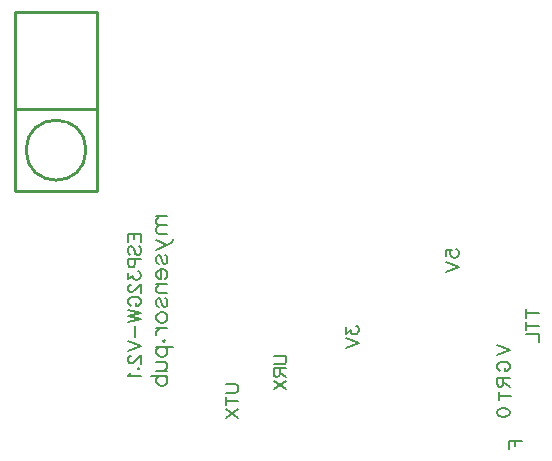
<source format=gbo>
G04 Layer: BottomSilkLayer*
G04 EasyEDA v6.1.49, Sat, 25 May 2019 11:17:53 GMT*
G04 fc3d14014b1447b58ced6bada5ffd274,46bf6a40d4384fdb86bc8fc37bf60e4c,10*
G04 Gerber Generator version 0.2*
G04 Scale: 100 percent, Rotated: No, Reflected: No *
G04 Dimensions in millimeters *
G04 leading zeros omitted , absolute positions ,3 integer and 3 decimal *
%FSLAX33Y33*%
%MOMM*%
G90*
G71D02*

%ADD10C,0.254000*%
%ADD31C,0.152400*%
%ADD32C,0.203200*%

%LPD*%
G54D10*
G01X8601Y35892D02*
G01X8601Y42892D01*
G01X8601Y35892D02*
G01X1601Y35892D01*
G01X1601Y35892D02*
G01X1601Y42892D01*
G01X8601Y42892D02*
G01X1601Y42892D01*
G01X8601Y39392D02*
G01X8601Y51092D01*
G01X1601Y35892D02*
G01X1601Y51092D01*
G01X8601Y51092D02*
G01X1601Y51092D01*
G54D31*
G01X42451Y22882D02*
G01X43542Y22466D01*
G01X42451Y22050D02*
G01X43542Y22466D01*
G01X42711Y20705D02*
G01X42607Y20757D01*
G01X42503Y20861D01*
G01X42451Y20965D01*
G01X42451Y21173D01*
G01X42503Y21277D01*
G01X42607Y21381D01*
G01X42711Y21433D01*
G01X42867Y21485D01*
G01X43126Y21485D01*
G01X43282Y21433D01*
G01X43386Y21381D01*
G01X43490Y21277D01*
G01X43542Y21173D01*
G01X43542Y20965D01*
G01X43490Y20861D01*
G01X43386Y20757D01*
G01X43282Y20705D01*
G01X43126Y20705D01*
G01X43126Y20965D02*
G01X43126Y20705D01*
G01X42440Y20088D02*
G01X43531Y20088D01*
G01X42440Y20088D02*
G01X42440Y19620D01*
G01X42492Y19464D01*
G01X42543Y19412D01*
G01X42647Y19360D01*
G01X42751Y19360D01*
G01X42855Y19412D01*
G01X42907Y19464D01*
G01X42959Y19620D01*
G01X42959Y20088D01*
G01X42959Y19724D02*
G01X43531Y19360D01*
G01X42567Y18581D02*
G01X43658Y18581D01*
G01X42567Y18945D02*
G01X42567Y18217D01*
G01X42440Y17236D02*
G01X42492Y17392D01*
G01X42647Y17496D01*
G01X42907Y17548D01*
G01X43063Y17548D01*
G01X43323Y17496D01*
G01X43479Y17392D01*
G01X43531Y17236D01*
G01X43531Y17132D01*
G01X43479Y16976D01*
G01X43323Y16872D01*
G01X43063Y16820D01*
G01X42907Y16820D01*
G01X42647Y16872D01*
G01X42492Y16976D01*
G01X42440Y17132D01*
G01X42440Y17236D01*
G01X11198Y32280D02*
G01X12289Y32280D01*
G01X11198Y32280D02*
G01X11198Y31604D01*
G01X11717Y32280D02*
G01X11717Y31864D01*
G01X12289Y32280D02*
G01X12289Y31604D01*
G01X11353Y30534D02*
G01X11249Y30638D01*
G01X11198Y30794D01*
G01X11198Y31001D01*
G01X11249Y31157D01*
G01X11353Y31261D01*
G01X11457Y31261D01*
G01X11561Y31209D01*
G01X11613Y31157D01*
G01X11665Y31053D01*
G01X11769Y30742D01*
G01X11821Y30638D01*
G01X11873Y30586D01*
G01X11977Y30534D01*
G01X12133Y30534D01*
G01X12237Y30638D01*
G01X12289Y30794D01*
G01X12289Y31001D01*
G01X12237Y31157D01*
G01X12133Y31261D01*
G01X11198Y30191D02*
G01X12289Y30191D01*
G01X11198Y30191D02*
G01X11198Y29723D01*
G01X11249Y29567D01*
G01X11301Y29516D01*
G01X11405Y29464D01*
G01X11561Y29464D01*
G01X11665Y29516D01*
G01X11717Y29567D01*
G01X11769Y29723D01*
G01X11769Y30191D01*
G01X11198Y29017D02*
G01X11198Y28445D01*
G01X11613Y28757D01*
G01X11613Y28601D01*
G01X11665Y28497D01*
G01X11717Y28445D01*
G01X11873Y28393D01*
G01X11977Y28393D01*
G01X12133Y28445D01*
G01X12237Y28549D01*
G01X12289Y28705D01*
G01X12289Y28861D01*
G01X12237Y29017D01*
G01X12185Y29069D01*
G01X12081Y29121D01*
G01X11457Y27998D02*
G01X11405Y27998D01*
G01X11301Y27947D01*
G01X11249Y27895D01*
G01X11198Y27791D01*
G01X11198Y27583D01*
G01X11249Y27479D01*
G01X11301Y27427D01*
G01X11405Y27375D01*
G01X11509Y27375D01*
G01X11613Y27427D01*
G01X11769Y27531D01*
G01X12289Y28050D01*
G01X12289Y27323D01*
G01X11457Y26201D02*
G01X11353Y26253D01*
G01X11249Y26357D01*
G01X11198Y26461D01*
G01X11198Y26668D01*
G01X11249Y26772D01*
G01X11353Y26876D01*
G01X11457Y26928D01*
G01X11613Y26980D01*
G01X11873Y26980D01*
G01X12029Y26928D01*
G01X12133Y26876D01*
G01X12237Y26772D01*
G01X12289Y26668D01*
G01X12289Y26461D01*
G01X12237Y26357D01*
G01X12133Y26253D01*
G01X12029Y26201D01*
G01X11873Y26201D01*
G01X11873Y26461D02*
G01X11873Y26201D01*
G01X11198Y25858D02*
G01X12289Y25598D01*
G01X11198Y25338D02*
G01X12289Y25598D01*
G01X11198Y25338D02*
G01X12289Y25079D01*
G01X11198Y24819D02*
G01X12289Y25079D01*
G01X11821Y24476D02*
G01X11821Y23541D01*
G01X11198Y23198D02*
G01X12289Y22782D01*
G01X11198Y22367D02*
G01X12289Y22782D01*
G01X11457Y21972D02*
G01X11405Y21972D01*
G01X11301Y21920D01*
G01X11249Y21868D01*
G01X11198Y21764D01*
G01X11198Y21556D01*
G01X11249Y21452D01*
G01X11301Y21400D01*
G01X11405Y21348D01*
G01X11509Y21348D01*
G01X11613Y21400D01*
G01X11769Y21504D01*
G01X12289Y22024D01*
G01X12289Y21296D01*
G01X12029Y20901D02*
G01X12081Y20953D01*
G01X12133Y20901D01*
G01X12081Y20850D01*
G01X12029Y20901D01*
G01X11405Y20507D02*
G01X11353Y20403D01*
G01X11198Y20247D01*
G01X12289Y20247D01*
G54D32*
G01X13580Y33804D02*
G01X14534Y33804D01*
G01X13852Y33804D02*
G01X13648Y33599D01*
G01X13580Y33463D01*
G01X13580Y33258D01*
G01X13648Y33122D01*
G01X13852Y33054D01*
G01X14534Y33054D01*
G01X13852Y33054D02*
G01X13648Y32849D01*
G01X13580Y32713D01*
G01X13580Y32508D01*
G01X13648Y32372D01*
G01X13852Y32304D01*
G01X14534Y32304D01*
G01X13580Y31785D02*
G01X14534Y31376D01*
G01X13580Y30967D02*
G01X14534Y31376D01*
G01X14807Y31513D01*
G01X14943Y31649D01*
G01X15012Y31785D01*
G01X15012Y31854D01*
G01X13784Y29767D02*
G01X13648Y29835D01*
G01X13580Y30040D01*
G01X13580Y30244D01*
G01X13648Y30449D01*
G01X13784Y30517D01*
G01X13921Y30449D01*
G01X13989Y30313D01*
G01X14057Y29972D01*
G01X14125Y29835D01*
G01X14262Y29767D01*
G01X14330Y29767D01*
G01X14466Y29835D01*
G01X14534Y30040D01*
G01X14534Y30244D01*
G01X14466Y30449D01*
G01X14330Y30517D01*
G01X13989Y29317D02*
G01X13989Y28499D01*
G01X13852Y28499D01*
G01X13716Y28567D01*
G01X13648Y28635D01*
G01X13580Y28772D01*
G01X13580Y28976D01*
G01X13648Y29113D01*
G01X13784Y29249D01*
G01X13989Y29317D01*
G01X14125Y29317D01*
G01X14330Y29249D01*
G01X14466Y29113D01*
G01X14534Y28976D01*
G01X14534Y28772D01*
G01X14466Y28635D01*
G01X14330Y28499D01*
G01X13580Y28049D02*
G01X14534Y28049D01*
G01X13852Y28049D02*
G01X13648Y27844D01*
G01X13580Y27708D01*
G01X13580Y27504D01*
G01X13648Y27367D01*
G01X13852Y27299D01*
G01X14534Y27299D01*
G01X13784Y26099D02*
G01X13648Y26167D01*
G01X13580Y26372D01*
G01X13580Y26576D01*
G01X13648Y26781D01*
G01X13784Y26849D01*
G01X13921Y26781D01*
G01X13989Y26644D01*
G01X14057Y26304D01*
G01X14125Y26167D01*
G01X14262Y26099D01*
G01X14330Y26099D01*
G01X14466Y26167D01*
G01X14534Y26372D01*
G01X14534Y26576D01*
G01X14466Y26781D01*
G01X14330Y26849D01*
G01X13580Y25308D02*
G01X13648Y25444D01*
G01X13784Y25581D01*
G01X13989Y25649D01*
G01X14125Y25649D01*
G01X14330Y25581D01*
G01X14466Y25444D01*
G01X14534Y25308D01*
G01X14534Y25104D01*
G01X14466Y24967D01*
G01X14330Y24831D01*
G01X14125Y24763D01*
G01X13989Y24763D01*
G01X13784Y24831D01*
G01X13648Y24967D01*
G01X13580Y25104D01*
G01X13580Y25308D01*
G01X13580Y24313D02*
G01X14534Y24313D01*
G01X13989Y24313D02*
G01X13784Y24244D01*
G01X13648Y24108D01*
G01X13580Y23972D01*
G01X13580Y23767D01*
G01X14193Y23249D02*
G01X14262Y23317D01*
G01X14330Y23249D01*
G01X14262Y23181D01*
G01X14193Y23249D01*
G01X13580Y22731D02*
G01X15012Y22731D01*
G01X13784Y22731D02*
G01X13648Y22594D01*
G01X13580Y22458D01*
G01X13580Y22254D01*
G01X13648Y22117D01*
G01X13784Y21981D01*
G01X13989Y21913D01*
G01X14125Y21913D01*
G01X14330Y21981D01*
G01X14466Y22117D01*
G01X14534Y22254D01*
G01X14534Y22458D01*
G01X14466Y22594D01*
G01X14330Y22731D01*
G01X13580Y21463D02*
G01X14262Y21463D01*
G01X14466Y21394D01*
G01X14534Y21258D01*
G01X14534Y21054D01*
G01X14466Y20917D01*
G01X14262Y20713D01*
G01X13580Y20713D02*
G01X14534Y20713D01*
G01X13102Y20263D02*
G01X14534Y20263D01*
G01X13784Y20263D02*
G01X13648Y20126D01*
G01X13580Y19990D01*
G01X13580Y19785D01*
G01X13648Y19649D01*
G01X13784Y19513D01*
G01X13989Y19444D01*
G01X14125Y19444D01*
G01X14330Y19513D01*
G01X14466Y19649D01*
G01X14534Y19785D01*
G01X14534Y19990D01*
G01X14466Y20126D01*
G01X14330Y20263D01*
G54D31*
G01X38122Y30386D02*
G01X38122Y30906D01*
G01X38589Y30958D01*
G01X38537Y30906D01*
G01X38485Y30750D01*
G01X38485Y30594D01*
G01X38537Y30438D01*
G01X38641Y30334D01*
G01X38797Y30282D01*
G01X38901Y30282D01*
G01X39057Y30334D01*
G01X39161Y30438D01*
G01X39213Y30594D01*
G01X39213Y30750D01*
G01X39161Y30906D01*
G01X39109Y30958D01*
G01X39005Y31010D01*
G01X38122Y29939D02*
G01X39213Y29524D01*
G01X38122Y29108D02*
G01X39213Y29524D01*
G01X29624Y24429D02*
G01X29624Y23857D01*
G01X30040Y24169D01*
G01X30040Y24013D01*
G01X30092Y23909D01*
G01X30144Y23857D01*
G01X30299Y23805D01*
G01X30403Y23805D01*
G01X30559Y23857D01*
G01X30663Y23961D01*
G01X30715Y24117D01*
G01X30715Y24273D01*
G01X30663Y24429D01*
G01X30611Y24481D01*
G01X30507Y24533D01*
G01X29624Y23462D02*
G01X30715Y23047D01*
G01X29624Y22631D02*
G01X30715Y23047D01*
G01X23517Y21993D02*
G01X24296Y21993D01*
G01X24452Y21941D01*
G01X24556Y21837D01*
G01X24608Y21681D01*
G01X24608Y21577D01*
G01X24556Y21421D01*
G01X24452Y21317D01*
G01X24296Y21265D01*
G01X23517Y21265D01*
G01X23517Y20922D02*
G01X24608Y20922D01*
G01X23517Y20922D02*
G01X23517Y20455D01*
G01X23568Y20299D01*
G01X23620Y20247D01*
G01X23724Y20195D01*
G01X23828Y20195D01*
G01X23932Y20247D01*
G01X23984Y20299D01*
G01X24036Y20455D01*
G01X24036Y20922D01*
G01X24036Y20559D02*
G01X24608Y20195D01*
G01X23517Y19852D02*
G01X24608Y19125D01*
G01X23517Y19125D02*
G01X24608Y19852D01*
G01X19453Y19580D02*
G01X20232Y19580D01*
G01X20388Y19528D01*
G01X20492Y19424D01*
G01X20544Y19268D01*
G01X20544Y19164D01*
G01X20492Y19008D01*
G01X20388Y18904D01*
G01X20232Y18852D01*
G01X19453Y18852D01*
G01X19453Y18146D02*
G01X20544Y18146D01*
G01X19453Y18509D02*
G01X19453Y17782D01*
G01X19453Y17439D02*
G01X20544Y16712D01*
G01X19453Y16712D02*
G01X20544Y17439D01*
G01X43467Y14754D02*
G01X44558Y14754D01*
G01X43467Y14754D02*
G01X43467Y14078D01*
G01X43987Y14754D02*
G01X43987Y14338D01*
G01X44864Y25566D02*
G01X45956Y25566D01*
G01X44864Y25930D02*
G01X44864Y25203D01*
G01X44864Y24494D02*
G01X45956Y24494D01*
G01X44864Y24860D02*
G01X44864Y24131D01*
G01X44864Y23788D02*
G01X45956Y23788D01*
G01X45956Y23788D02*
G01X45956Y23166D01*
G54D10*
G75*
G01X7642Y39392D02*
G03X7642Y39392I-2540J0D01*
G01*
M00*
M02*

</source>
